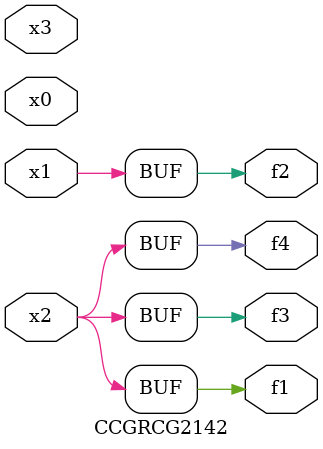
<source format=v>
module CCGRCG2142(
	input x0, x1, x2, x3,
	output f1, f2, f3, f4
);
	assign f1 = x2;
	assign f2 = x1;
	assign f3 = x2;
	assign f4 = x2;
endmodule

</source>
